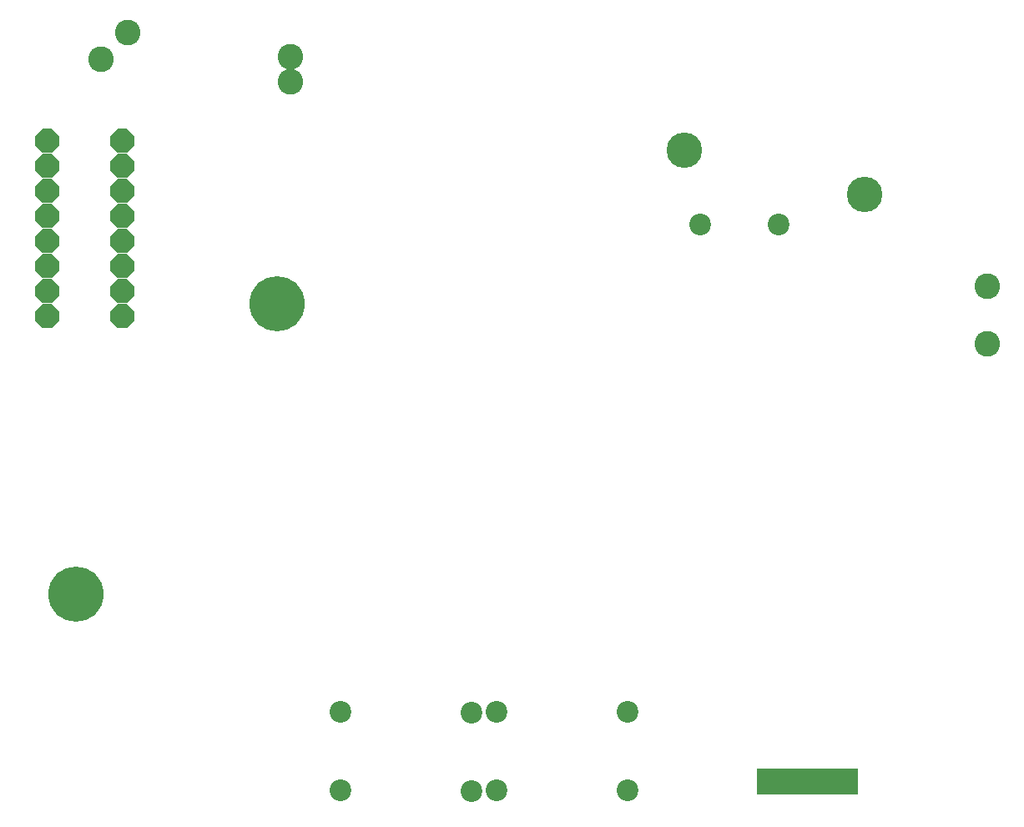
<source format=gbr>
%FSLAX34Y34*%
%MOMM*%
%LNSOLDERMASK_TOP*%
G71*
G01*
%ADD10C, 5.60*%
%ADD11C, 2.60*%
%ADD12C, 3.60*%
%ADD13C, 2.20*%
%ADD14C, 2.60*%
%ADD15C, 2.60*%
%LPD*%
X278610Y-287730D02*
G54D10*
D03*
X999132Y-269676D02*
G54D11*
D03*
X999132Y-328017D02*
G54D11*
D03*
X874313Y-176613D02*
G54D12*
D03*
X691748Y-131370D02*
G54D12*
D03*
X74220Y-581810D02*
G54D10*
D03*
X342990Y-701184D02*
G54D13*
D03*
X342990Y-781352D02*
G54D13*
D03*
X475943Y-701977D02*
G54D13*
D03*
X475943Y-782146D02*
G54D13*
D03*
X500946Y-701183D02*
G54D13*
D03*
X500946Y-781352D02*
G54D13*
D03*
X633899Y-701183D02*
G54D13*
D03*
X633899Y-781352D02*
G54D13*
D03*
G36*
X133396Y-304712D02*
X126376Y-311732D01*
X116416Y-311732D01*
X109396Y-304712D01*
X109396Y-294752D01*
X116416Y-287732D01*
X126376Y-287732D01*
X133396Y-294752D01*
X133396Y-304712D01*
G37*
G36*
X133396Y-279312D02*
X126376Y-286332D01*
X116416Y-286332D01*
X109396Y-279312D01*
X109396Y-269352D01*
X116416Y-262332D01*
X126376Y-262332D01*
X133396Y-269352D01*
X133396Y-279312D01*
G37*
G36*
X133396Y-253912D02*
X126376Y-260932D01*
X116416Y-260932D01*
X109396Y-253912D01*
X109396Y-243952D01*
X116416Y-236932D01*
X126376Y-236932D01*
X133396Y-243952D01*
X133396Y-253912D01*
G37*
G36*
X133396Y-228512D02*
X126376Y-235532D01*
X116416Y-235532D01*
X109396Y-228512D01*
X109396Y-218552D01*
X116416Y-211532D01*
X126376Y-211532D01*
X133396Y-218552D01*
X133396Y-228512D01*
G37*
G36*
X57196Y-304712D02*
X50176Y-311732D01*
X40216Y-311732D01*
X33196Y-304712D01*
X33196Y-294752D01*
X40216Y-287732D01*
X50176Y-287732D01*
X57196Y-294752D01*
X57196Y-304712D01*
G37*
G36*
X57196Y-279312D02*
X50176Y-286332D01*
X40216Y-286332D01*
X33196Y-279312D01*
X33196Y-269352D01*
X40216Y-262332D01*
X50176Y-262332D01*
X57196Y-269352D01*
X57196Y-279312D01*
G37*
G36*
X57196Y-253912D02*
X50176Y-260932D01*
X40216Y-260932D01*
X33196Y-253912D01*
X33196Y-243952D01*
X40216Y-236932D01*
X50176Y-236932D01*
X57196Y-243952D01*
X57196Y-253912D01*
G37*
G36*
X57196Y-228512D02*
X50176Y-235532D01*
X40216Y-235532D01*
X33196Y-228512D01*
X33196Y-218552D01*
X40216Y-211532D01*
X50176Y-211532D01*
X57196Y-218552D01*
X57196Y-228512D01*
G37*
G36*
X133396Y-203112D02*
X126376Y-210132D01*
X116416Y-210132D01*
X109396Y-203112D01*
X109396Y-193152D01*
X116416Y-186132D01*
X126376Y-186132D01*
X133396Y-193152D01*
X133396Y-203112D01*
G37*
G36*
X57196Y-203112D02*
X50176Y-210132D01*
X40216Y-210132D01*
X33196Y-203112D01*
X33196Y-193152D01*
X40216Y-186132D01*
X50176Y-186132D01*
X57196Y-193152D01*
X57196Y-203112D01*
G37*
G36*
X133396Y-177712D02*
X126376Y-184732D01*
X116416Y-184732D01*
X109396Y-177712D01*
X109396Y-167752D01*
X116416Y-160732D01*
X126376Y-160732D01*
X133396Y-167752D01*
X133396Y-177712D01*
G37*
G36*
X133396Y-152312D02*
X126376Y-159332D01*
X116416Y-159332D01*
X109396Y-152312D01*
X109396Y-142352D01*
X116416Y-135332D01*
X126376Y-135332D01*
X133396Y-142352D01*
X133396Y-152312D01*
G37*
G36*
X57196Y-177712D02*
X50176Y-184732D01*
X40216Y-184732D01*
X33196Y-177712D01*
X33196Y-167752D01*
X40216Y-160732D01*
X50176Y-160732D01*
X57196Y-167752D01*
X57196Y-177712D01*
G37*
G36*
X57196Y-152312D02*
X50176Y-159332D01*
X40216Y-159332D01*
X33196Y-152312D01*
X33196Y-142352D01*
X40216Y-135332D01*
X50176Y-135332D01*
X57196Y-142352D01*
X57196Y-152312D01*
G37*
G36*
X133396Y-126912D02*
X126376Y-133932D01*
X116416Y-133932D01*
X109396Y-126912D01*
X109396Y-116952D01*
X116416Y-109932D01*
X126376Y-109932D01*
X133396Y-116952D01*
X133396Y-126912D01*
G37*
G36*
X57196Y-126912D02*
X50176Y-133932D01*
X40216Y-133932D01*
X33196Y-126912D01*
X33196Y-116952D01*
X40216Y-109932D01*
X50176Y-109932D01*
X57196Y-116952D01*
X57196Y-126912D01*
G37*
X100193Y-39438D02*
G54D14*
D03*
X127134Y-12498D02*
G54D14*
D03*
X707560Y-206972D02*
G54D13*
D03*
X787730Y-206972D02*
G54D13*
D03*
X292252Y-36886D02*
G54D15*
D03*
X292252Y-62286D02*
G54D15*
D03*
G36*
X867400Y-759400D02*
X867400Y-785400D01*
X841400Y-785400D01*
X841400Y-759400D01*
X867400Y-759400D01*
G37*
G36*
X842002Y-759399D02*
X842002Y-785399D01*
X816002Y-785399D01*
X816002Y-759399D01*
X842002Y-759399D01*
G37*
G36*
X816602Y-759399D02*
X816602Y-785399D01*
X790602Y-785399D01*
X790602Y-759399D01*
X816602Y-759399D01*
G37*
G36*
X791200Y-759400D02*
X791200Y-785400D01*
X765200Y-785400D01*
X765200Y-759400D01*
X791200Y-759400D01*
G37*
M02*

</source>
